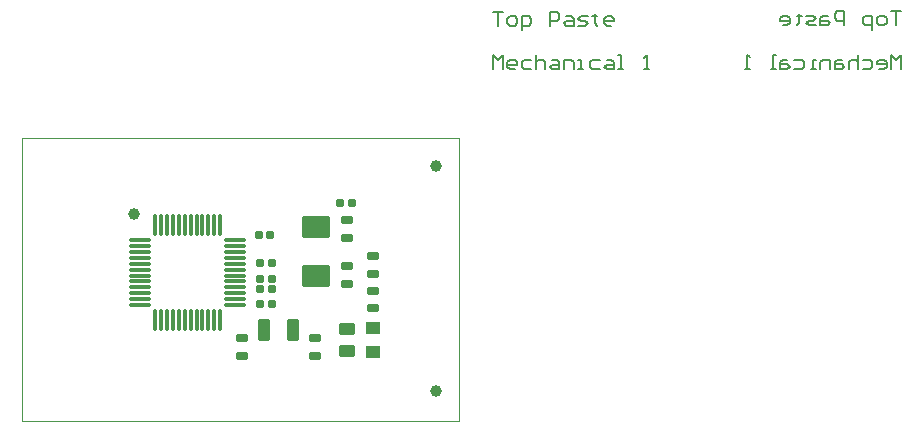
<source format=gtp>
G04*
G04 #@! TF.GenerationSoftware,Altium Limited,Altium Designer,24.3.1 (35)*
G04*
G04 Layer_Color=8421504*
%FSLAX44Y44*%
%MOMM*%
G71*
G04*
G04 #@! TF.SameCoordinates,9E761F3F-78F9-4EBF-B153-81B35322C6E8*
G04*
G04*
G04 #@! TF.FilePolarity,Positive*
G04*
G01*
G75*
%ADD10C,0.1500*%
%ADD11C,0.0500*%
G04:AMPARAMS|DCode=12|XSize=0.7mm|YSize=0.6mm|CornerRadius=0.075mm|HoleSize=0mm|Usage=FLASHONLY|Rotation=270.000|XOffset=0mm|YOffset=0mm|HoleType=Round|Shape=RoundedRectangle|*
%AMROUNDEDRECTD12*
21,1,0.7000,0.4500,0,0,270.0*
21,1,0.5500,0.6000,0,0,270.0*
1,1,0.1500,-0.2250,-0.2750*
1,1,0.1500,-0.2250,0.2750*
1,1,0.1500,0.2250,0.2750*
1,1,0.1500,0.2250,-0.2750*
%
%ADD12ROUNDEDRECTD12*%
%ADD13R,1.2000X1.1000*%
G04:AMPARAMS|DCode=14|XSize=1.4mm|YSize=0.95mm|CornerRadius=0.1188mm|HoleSize=0mm|Usage=FLASHONLY|Rotation=0.000|XOffset=0mm|YOffset=0mm|HoleType=Round|Shape=RoundedRectangle|*
%AMROUNDEDRECTD14*
21,1,1.4000,0.7125,0,0,0.0*
21,1,1.1625,0.9500,0,0,0.0*
1,1,0.2375,0.5813,-0.3563*
1,1,0.2375,-0.5813,-0.3563*
1,1,0.2375,-0.5813,0.3563*
1,1,0.2375,0.5813,0.3563*
%
%ADD14ROUNDEDRECTD14*%
G04:AMPARAMS|DCode=15|XSize=1mm|YSize=0.6mm|CornerRadius=0.075mm|HoleSize=0mm|Usage=FLASHONLY|Rotation=0.000|XOffset=0mm|YOffset=0mm|HoleType=Round|Shape=RoundedRectangle|*
%AMROUNDEDRECTD15*
21,1,1.0000,0.4500,0,0,0.0*
21,1,0.8500,0.6000,0,0,0.0*
1,1,0.1500,0.4250,-0.2250*
1,1,0.1500,-0.4250,-0.2250*
1,1,0.1500,-0.4250,0.2250*
1,1,0.1500,0.4250,0.2250*
%
%ADD15ROUNDEDRECTD15*%
G04:AMPARAMS|DCode=16|XSize=2.4mm|YSize=1.9mm|CornerRadius=0.2375mm|HoleSize=0mm|Usage=FLASHONLY|Rotation=180.000|XOffset=0mm|YOffset=0mm|HoleType=Round|Shape=RoundedRectangle|*
%AMROUNDEDRECTD16*
21,1,2.4000,1.4250,0,0,180.0*
21,1,1.9250,1.9000,0,0,180.0*
1,1,0.4750,-0.9625,0.7125*
1,1,0.4750,0.9625,0.7125*
1,1,0.4750,0.9625,-0.7125*
1,1,0.4750,-0.9625,-0.7125*
%
%ADD16ROUNDEDRECTD16*%
%ADD17C,1.0000*%
G04:AMPARAMS|DCode=18|XSize=1mm|YSize=1.8mm|CornerRadius=0.125mm|HoleSize=0mm|Usage=FLASHONLY|Rotation=180.000|XOffset=0mm|YOffset=0mm|HoleType=Round|Shape=RoundedRectangle|*
%AMROUNDEDRECTD18*
21,1,1.0000,1.5500,0,0,180.0*
21,1,0.7500,1.8000,0,0,180.0*
1,1,0.2500,-0.3750,0.7750*
1,1,0.2500,0.3750,0.7750*
1,1,0.2500,0.3750,-0.7750*
1,1,0.2500,-0.3750,-0.7750*
%
%ADD18ROUNDEDRECTD18*%
G04:AMPARAMS|DCode=19|XSize=0.28mm|YSize=1.8mm|CornerRadius=0.035mm|HoleSize=0mm|Usage=FLASHONLY|Rotation=270.000|XOffset=0mm|YOffset=0mm|HoleType=Round|Shape=RoundedRectangle|*
%AMROUNDEDRECTD19*
21,1,0.2800,1.7300,0,0,270.0*
21,1,0.2100,1.8000,0,0,270.0*
1,1,0.0700,-0.8650,-0.1050*
1,1,0.0700,-0.8650,0.1050*
1,1,0.0700,0.8650,0.1050*
1,1,0.0700,0.8650,-0.1050*
%
%ADD19ROUNDEDRECTD19*%
G04:AMPARAMS|DCode=20|XSize=0.28mm|YSize=1.8mm|CornerRadius=0.035mm|HoleSize=0mm|Usage=FLASHONLY|Rotation=180.000|XOffset=0mm|YOffset=0mm|HoleType=Round|Shape=RoundedRectangle|*
%AMROUNDEDRECTD20*
21,1,0.2800,1.7300,0,0,180.0*
21,1,0.2100,1.8000,0,0,180.0*
1,1,0.0700,-0.1050,0.8650*
1,1,0.0700,0.1050,0.8650*
1,1,0.0700,0.1050,-0.8650*
1,1,0.0700,-0.1050,-0.8650*
%
%ADD20ROUNDEDRECTD20*%
D10*
X398750Y346996D02*
X406747D01*
X402748D01*
Y335000D01*
X412745D02*
X416744D01*
X418743Y337000D01*
Y340998D01*
X416744Y342998D01*
X412745D01*
X410746Y340998D01*
Y337000D01*
X412745Y335000D01*
X422742Y331001D02*
Y342998D01*
X428740D01*
X430740Y340998D01*
Y337000D01*
X428740Y335000D01*
X422742D01*
X446734D02*
Y346996D01*
X452732D01*
X454732Y344997D01*
Y340998D01*
X452732Y338999D01*
X446734D01*
X460730Y342998D02*
X464729D01*
X466728Y340998D01*
Y335000D01*
X460730D01*
X458730Y337000D01*
X460730Y338999D01*
X466728D01*
X470727Y335000D02*
X476725D01*
X478724Y337000D01*
X476725Y338999D01*
X472726D01*
X470727Y340998D01*
X472726Y342998D01*
X478724D01*
X484722Y344997D02*
Y342998D01*
X482723D01*
X486721D01*
X484722D01*
Y337000D01*
X486721Y335000D01*
X498717D02*
X494719D01*
X492719Y337000D01*
Y340998D01*
X494719Y342998D01*
X498717D01*
X500717Y340998D01*
Y338999D01*
X492719D01*
X743750Y347246D02*
X735752D01*
X739751D01*
Y335250D01*
X729754D02*
X725756D01*
X723756Y337249D01*
Y341248D01*
X725756Y343247D01*
X729754D01*
X731754Y341248D01*
Y337249D01*
X729754Y335250D01*
X719758Y331251D02*
Y343247D01*
X713760D01*
X711760Y341248D01*
Y337249D01*
X713760Y335250D01*
X719758D01*
X695765D02*
Y347246D01*
X689767D01*
X687768Y345247D01*
Y341248D01*
X689767Y339249D01*
X695765D01*
X681770Y343247D02*
X677771D01*
X675772Y341248D01*
Y335250D01*
X681770D01*
X683769Y337249D01*
X681770Y339249D01*
X675772D01*
X671773Y335250D02*
X665775D01*
X663776Y337249D01*
X665775Y339249D01*
X669774D01*
X671773Y341248D01*
X669774Y343247D01*
X663776D01*
X657778Y345247D02*
Y343247D01*
X659777D01*
X655778D01*
X657778D01*
Y337249D01*
X655778Y335250D01*
X643782D02*
X647781D01*
X649780Y337249D01*
Y341248D01*
X647781Y343247D01*
X643782D01*
X641783Y341248D01*
Y339249D01*
X649780D01*
X398750Y298000D02*
Y309996D01*
X402748Y305998D01*
X406747Y309996D01*
Y298000D01*
X416744D02*
X412745D01*
X410746Y300000D01*
Y303998D01*
X412745Y305998D01*
X416744D01*
X418743Y303998D01*
Y301999D01*
X410746D01*
X430740Y305998D02*
X424741D01*
X422742Y303998D01*
Y300000D01*
X424741Y298000D01*
X430740D01*
X434738Y309996D02*
Y298000D01*
Y303998D01*
X436738Y305998D01*
X440736D01*
X442736Y303998D01*
Y298000D01*
X448734Y305998D02*
X452732D01*
X454732Y303998D01*
Y298000D01*
X448734D01*
X446734Y300000D01*
X448734Y301999D01*
X454732D01*
X458730Y298000D02*
Y305998D01*
X464729D01*
X466728Y303998D01*
Y298000D01*
X470727D02*
X474725D01*
X472726D01*
Y305998D01*
X470727D01*
X488721D02*
X482723D01*
X480723Y303998D01*
Y300000D01*
X482723Y298000D01*
X488721D01*
X494719Y305998D02*
X498717D01*
X500717Y303998D01*
Y298000D01*
X494719D01*
X492719Y300000D01*
X494719Y301999D01*
X500717D01*
X504715Y298000D02*
X508714D01*
X506715D01*
Y309996D01*
X504715D01*
X526708Y298000D02*
X530707D01*
X528708D01*
Y309996D01*
X526708Y307997D01*
X743750Y298250D02*
Y310246D01*
X739751Y306248D01*
X735752Y310246D01*
Y298250D01*
X725756D02*
X729754D01*
X731754Y300250D01*
Y304248D01*
X729754Y306248D01*
X725756D01*
X723756Y304248D01*
Y302249D01*
X731754D01*
X711760Y306248D02*
X717758D01*
X719758Y304248D01*
Y300250D01*
X717758Y298250D01*
X711760D01*
X707762Y310246D02*
Y298250D01*
Y304248D01*
X705762Y306248D01*
X701763D01*
X699764Y304248D01*
Y298250D01*
X693766Y306248D02*
X689767D01*
X687768Y304248D01*
Y298250D01*
X693766D01*
X695765Y300250D01*
X693766Y302249D01*
X687768D01*
X683769Y298250D02*
Y306248D01*
X677771D01*
X675772Y304248D01*
Y298250D01*
X671773D02*
X667774D01*
X669774D01*
Y306248D01*
X671773D01*
X653779D02*
X659777D01*
X661776Y304248D01*
Y300250D01*
X659777Y298250D01*
X653779D01*
X647781Y306248D02*
X643782D01*
X641783Y304248D01*
Y298250D01*
X647781D01*
X649780Y300250D01*
X647781Y302249D01*
X641783D01*
X637784Y298250D02*
X633785D01*
X635785D01*
Y310246D01*
X637784D01*
X615791Y298250D02*
X611792D01*
X613792D01*
Y310246D01*
X615791Y308247D01*
D11*
X0Y0D02*
Y240000D01*
Y0D02*
X370000D01*
Y240000D01*
X0D02*
X370000D01*
X370000Y5000D02*
Y235000D01*
X0Y5000D02*
X0Y5000D01*
X0Y235000D02*
X0Y235000D01*
X0Y5000D02*
Y235000D01*
D12*
X269000Y185000D02*
D03*
X279000D02*
D03*
X211000Y99000D02*
D03*
X201000D02*
D03*
X211000Y134000D02*
D03*
X201000D02*
D03*
X211000Y112000D02*
D03*
X201000D02*
D03*
X211000Y121000D02*
D03*
X201000D02*
D03*
X200000Y158000D02*
D03*
X210000D02*
D03*
D13*
X297000Y58500D02*
D03*
Y79500D02*
D03*
D14*
X275000Y78500D02*
D03*
Y59500D02*
D03*
D15*
Y170500D02*
D03*
Y155500D02*
D03*
Y131500D02*
D03*
Y116500D02*
D03*
X248000Y55500D02*
D03*
Y70500D02*
D03*
X186000D02*
D03*
Y55500D02*
D03*
X297000Y124800D02*
D03*
Y139800D02*
D03*
Y110800D02*
D03*
Y95800D02*
D03*
D16*
X249000Y164500D02*
D03*
Y123500D02*
D03*
D17*
X95000Y176000D02*
D03*
X350000Y216000D02*
D03*
Y26000D02*
D03*
D18*
X229500Y77000D02*
D03*
X204500D02*
D03*
D19*
X180500Y98500D02*
D03*
Y103500D02*
D03*
Y108500D02*
D03*
Y113500D02*
D03*
Y118500D02*
D03*
Y123500D02*
D03*
Y128500D02*
D03*
Y133500D02*
D03*
Y138500D02*
D03*
Y143500D02*
D03*
Y148500D02*
D03*
Y153500D02*
D03*
X99500D02*
D03*
Y148500D02*
D03*
Y143500D02*
D03*
Y138500D02*
D03*
Y133500D02*
D03*
Y128500D02*
D03*
Y123500D02*
D03*
Y118500D02*
D03*
Y113500D02*
D03*
Y108500D02*
D03*
Y103500D02*
D03*
Y98500D02*
D03*
D20*
X167500Y166500D02*
D03*
X162500D02*
D03*
X157500D02*
D03*
X152500D02*
D03*
X147500D02*
D03*
X142500D02*
D03*
X137500D02*
D03*
X132500D02*
D03*
X127500D02*
D03*
X122500D02*
D03*
X117500D02*
D03*
X112500D02*
D03*
Y85500D02*
D03*
X117500D02*
D03*
X122500D02*
D03*
X127500D02*
D03*
X132500D02*
D03*
X137500Y85500D02*
D03*
X142500D02*
D03*
X147500D02*
D03*
X152500Y85500D02*
D03*
X157500D02*
D03*
X162500D02*
D03*
X167500D02*
D03*
M02*

</source>
